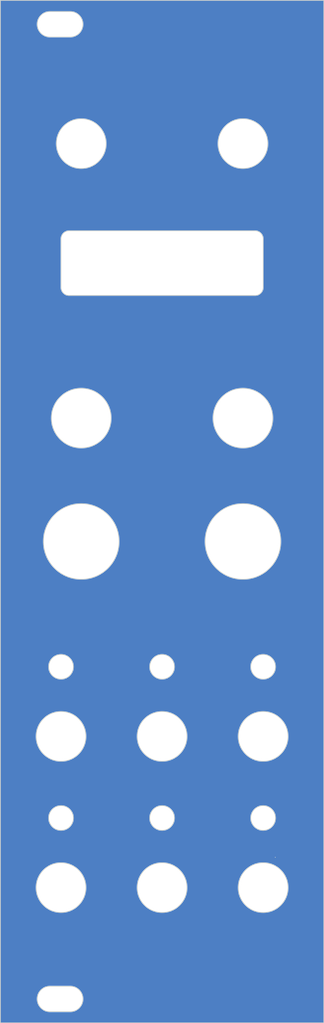
<source format=kicad_pcb>
(kicad_pcb (version 20221018) (generator pcbnew)
  (layers (0 "F.Cu" signal) (31 "B.Cu" signal) (34 "B.Paste" user) (35 "F.Paste" user) (36 "B.SilkS" user "B.Silkscreen") (37 "F.SilkS" user "F.Silkscreen") (38 "B.Mask" user) (39 "F.Mask" user) (44 "Edge.Cuts" user))
  (net 0 "")
  (footprint "LOGO" (layer "B.Cu") (at 20.32 64.262 180)
    (fp_text reference "G***" hide)
    (fp_text value "LOGO" hide)
  )
  (gr_circle (center 33.02 111.506) (end 36.145 111.506) (stroke (width 0.1)) (fill none) (layer "Edge.Cuts"))
  (gr_circle (center 7.62 83.75) (end 9.17 83.75) (stroke (width 0.1)) (fill none) (layer "Edge.Cuts"))
  (gr_arc (start 8.636 37.084) (mid 7.91758 36.78642) (end 7.62 36.068) (stroke (width 0.1)) (layer "Edge.Cuts"))
  (gr_circle (center 10.16 68) (end 14.91 68) (stroke (width 0.1)) (fill none) (layer "Edge.Cuts"))
  (gr_circle (center 20.32 83.75) (end 21.87 83.75) (stroke (width 0.1)) (fill none) (layer "Edge.Cuts"))
  (gr_circle (center 7.62 102.756) (end 9.17 102.756) (stroke (width 0.1)) (fill none) (layer "Edge.Cuts"))
  (gr_circle (center 7.62 92.5) (end 10.745 92.5) (stroke (width 0.1)) (fill none) (layer "Edge.Cuts"))
  (gr_arc (start 8.77 123.9) (mid 10.37 125.5) (end 8.77 127.1) (stroke (width 0.1)) (layer "Edge.Cuts"))
  (gr_line (start 6.23 4.6) (end 8.77 4.6) (stroke (width 0.1)) (layer "Edge.Cuts"))
  (gr_circle (center 33.02 83.75) (end 34.57 83.75) (stroke (width 0.1)) (fill none) (layer "Edge.Cuts"))
  (gr_line (start 34.544 107.696) (end 34.544 107.696) (stroke (width 0.1)) (layer "Edge.Cuts"))
  (gr_circle (center 20.32 111.506) (end 23.445 111.506) (stroke (width 0.1)) (fill none) (layer "Edge.Cuts"))
  (gr_arc (start 6.23 4.6) (mid 4.63 3) (end 6.23 1.4) (stroke (width 0.1)) (layer "Edge.Cuts"))
  (gr_circle (center 7.62 111.506) (end 10.745 111.506) (stroke (width 0.1)) (fill none) (layer "Edge.Cuts"))
  (gr_circle (center 10.16 18) (end 13.285 18) (stroke (width 0.1)) (fill none) (layer "Edge.Cuts"))
  (gr_rect (start 0 0) (end 40.64 128.5) (stroke (width 0.1)) (fill none) (layer "Edge.Cuts"))
  (gr_circle (center 30.48 68) (end 35.23 68) (stroke (width 0.1)) (fill none) (layer "Edge.Cuts"))
  (gr_arc (start 32.004 28.956) (mid 32.722421 29.253579) (end 33.02 29.972) (stroke (width 0.1)) (layer "Edge.Cuts"))
  (gr_line (start 32.004 37.084) (end 8.636 37.084) (stroke (width 0.1)) (layer "Edge.Cuts"))
  (gr_circle (center 20.32 102.756) (end 21.87 102.756) (stroke (width 0.1)) (fill none) (layer "Edge.Cuts"))
  (gr_circle (center 33.02 92.5) (end 36.145 92.5) (stroke (width 0.1)) (fill none) (layer "Edge.Cuts"))
  (gr_circle (center 30.48 18) (end 33.605 18) (stroke (width 0.1)) (fill none) (layer "Edge.Cuts"))
  (gr_line (start 8.636 28.956) (end 32.004 28.956) (stroke (width 0.1)) (layer "Edge.Cuts"))
  (gr_line (start 7.62 36.068) (end 7.62 29.972) (stroke (width 0.1)) (layer "Edge.Cuts"))
  (gr_line (start 8.77 1.4) (end 6.23 1.4) (stroke (width 0.1)) (layer "Edge.Cuts"))
  (gr_circle (center 20.32 92.5) (end 23.445 92.5) (stroke (width 0.1)) (fill none) (layer "Edge.Cuts"))
  (gr_arc (start 6.23 127.1) (mid 4.63 125.5) (end 6.23 123.9) (stroke (width 0.1)) (layer "Edge.Cuts"))
  (gr_circle (center 33.02 102.756) (end 34.57 102.756) (stroke (width 0.1)) (fill none) (layer "Edge.Cuts"))
  (gr_arc (start 7.62 29.972) (mid 7.91758 29.25358) (end 8.636 28.956) (stroke (width 0.1)) (layer "Edge.Cuts"))
  (gr_line (start 33.02 29.972) (end 33.02 36.068) (stroke (width 0.1)) (layer "Edge.Cuts"))
  (gr_circle (center 10.16 52.5) (end 13.91 52.5) (stroke (width 0.1)) (fill none) (layer "Edge.Cuts"))
  (gr_arc (start 33.02 36.068) (mid 32.72242 36.78642) (end 32.004 37.084) (stroke (width 0.1)) (layer "Edge.Cuts"))
  (gr_line (start 6.23 127.1) (end 8.77 127.1) (stroke (width 0.1)) (layer "Edge.Cuts"))
  (gr_arc (start 8.77 1.4) (mid 10.37 3) (end 8.77 4.6) (stroke (width 0.1)) (layer "Edge.Cuts"))
  (gr_line (start 8.77 123.9) (end 6.23 123.9) (stroke (width 0.1)) (layer "Edge.Cuts"))
  (gr_circle (center 30.48 52.5) (end 34.23 52.5) (stroke (width 0.1)) (fill none) (layer "Edge.Cuts"))
  (zone (net 0) (net_name "") (layers "F&B.Cu") (connect_pads (clearance 0.5)) (min_thickness 0.25) (fill yes (thermal_gap 0.5) (thermal_bridge_width 0.5) (island_removal_mode 1) (island_area_min 10))
    (polygon (pts (xy 0 0) (xy 40.64 0) (xy 40.64 128.524) (xy 0 128.524)))
  )
)
</source>
